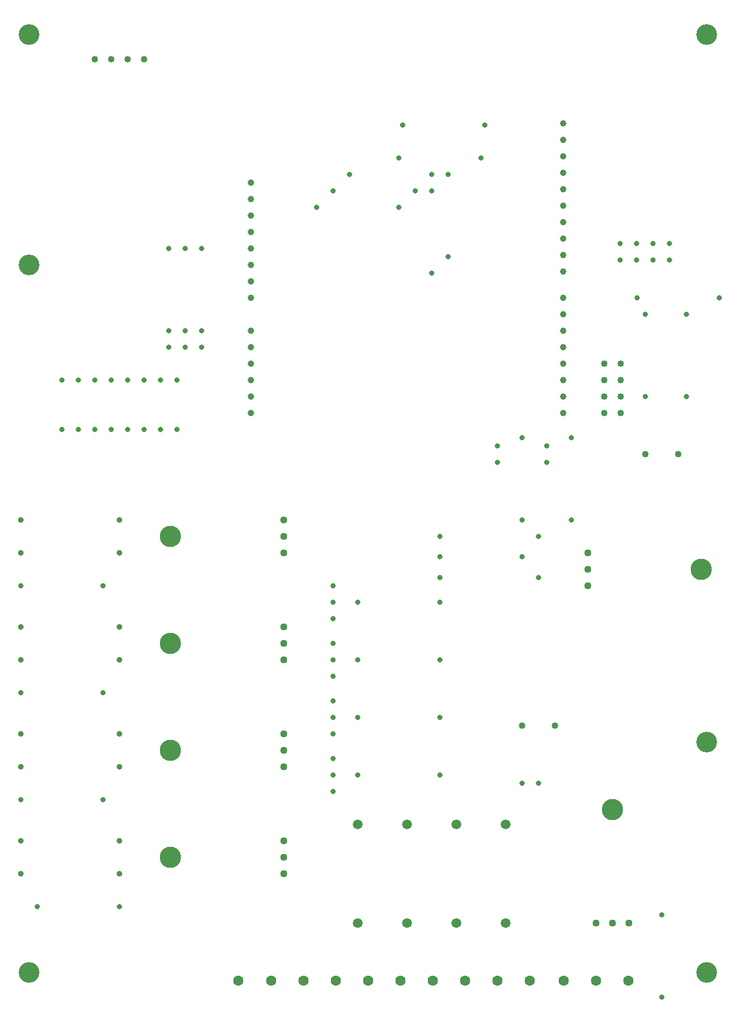
<source format=gbr>
%
M48
M72
T01C0.0315
T02C0.0320
T03C0.0360
T04C0.0394
T05C0.0400
T06C0.0440
T07C0.0590
T08C0.0630
T09C0.1260
T10C0.1300
%
T01
X38120Y51674
X38120Y52674
X39120Y52674
X39120Y51674
X40120Y51674
X40120Y52674
X41120Y52674
X41120Y51674
T02
X39126Y49393
X39626Y48393
X42126Y48393
X44126Y49393
X42126Y43393
X39626Y43393
X35126Y40893
X33626Y40393
X33626Y39393
X32126Y40893
X30626Y40393
X30626Y39393
X32126Y35893
X33126Y34893
X32126Y33643
X33126Y32393
X35126Y35893
X27126Y34893
X27126Y33643
X27126Y32393
X27126Y30893
X27126Y27393
X27126Y23893
X27126Y20393
X22126Y20393
X20626Y20393
X20626Y21393
X20626Y22893
X20626Y23893
X20626Y24893
X20626Y26393
X20626Y27393
X20626Y28393
X20626Y29893
X20626Y30893
X20626Y31893
X22126Y30893
X22126Y27393
X22126Y23893
X20626Y19393
X32126Y19893
X33126Y19893
X40626Y11893
X40626Y6893
X12626Y46393
X12626Y47393
X11626Y47393
X11626Y46393
X10626Y46393
X10626Y47393
X11126Y44393
X10126Y44393
X9126Y44393
X8126Y44393
X7126Y44393
X6126Y44393
X5126Y44393
X4126Y44393
X4126Y41393
X5126Y41393
X6126Y41393
X7126Y41393
X8126Y41393
X9126Y41393
X10126Y41393
X11126Y41393
X6626Y31893
X6626Y25393
X1626Y25393
X1626Y31893
X1626Y18893
X2626Y12393
X6626Y18893
X7626Y12393
X26626Y50893
X27626Y51893
X26626Y55893
X26626Y56893
X27626Y56893
X29626Y57893
X29876Y59893
X25626Y55893
X24626Y54893
X24626Y57893
X24876Y59893
X21626Y56893
X20626Y55893
X19626Y54893
X12626Y52393
X11626Y52393
X10626Y52393
T03
X7626Y35893
X7626Y33893
X7626Y29393
X7626Y27393
X7626Y22893
X7626Y20893
X7626Y16393
X7626Y14393
X1626Y14393
X1626Y16393
X1626Y20893
X1626Y22893
X1626Y27393
X1626Y29393
X1626Y33893
X1626Y35893
T04
X15626Y42393
X15626Y43393
X15626Y44393
X15626Y45393
X15626Y46393
X15626Y47393
X15626Y49393
X15626Y50393
X15626Y51393
X15626Y52393
X15626Y53393
X15626Y54393
X15626Y55393
X15626Y56393
X34626Y55993
X34626Y56993
X34626Y57993
X34626Y58993
X34626Y59993
X34626Y54993
X34626Y53993
X34626Y52993
X34626Y51993
X34626Y50993
X34626Y49393
X34626Y48393
X34626Y47393
X34626Y46393
X34626Y45393
X34626Y44393
X34626Y43393
X34626Y42393
T05
X37126Y42393
X37126Y43393
X38126Y43393
X38126Y42393
X38126Y44393
X38126Y45393
X37126Y45393
X37126Y44393
X39626Y39893
X41626Y39893
X34126Y23393
X32126Y23393
X9126Y63893
X8126Y63893
X7126Y63893
X6126Y63893
T06
X17626Y35893
X17626Y34893
X17626Y33893
X17626Y29393
X17626Y28393
X17626Y27393
X17626Y22893
X17626Y21893
X17626Y20893
X17626Y16393
X17626Y15393
X17626Y14393
X36126Y31893
X36126Y32893
X36126Y33893
X36626Y11393
X37626Y11393
X38626Y11393
T07
X31126Y11393
X28126Y11393
X25126Y11393
X22126Y11393
X22126Y17393
X25126Y17393
X28126Y17393
X31126Y17393
T08
X30641Y7893
X28673Y7893
X26704Y7893
X24736Y7893
X22767Y7893
X20799Y7893
X18830Y7893
X16860Y7893
X14891Y7893
X32610Y7893
X34673Y7893
X36641Y7893
X38610Y7893
T09
X2126Y8393
X2126Y51393
X2126Y65393
X43376Y65393
X43376Y22393
X43376Y8393
T10
X37626Y18293
X43026Y32893
X10726Y34893
X10726Y28393
X10726Y21893
X10726Y15393
M30

</source>
